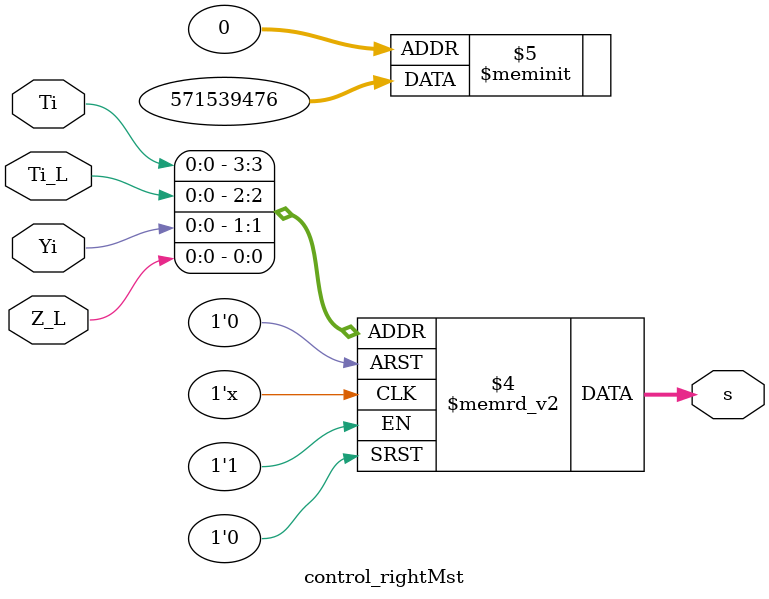
<source format=v>

`timescale 1 ns / 1 ps

//{{ Section below this comment is automatically maintained
//   and may be overwritten
//{module {control_leftMst}}
module control_rightMst (Ti, Ti_L, Yi, Z_L, s );

	output  [1:0] s;
	reg [1:0] s;
	input Ti, Ti_L, Yi, Z_L;
	
	always @ (Ti, Ti_L, Yi, Z_L)
	begin	
		case ({Ti, Ti_L, Yi, Z_L})						
			4'b1101, 4'b1001:
			begin
				s[1:0] <= 2'b00;												
			end
						
			4'b0001, 4'b1000, 4'b0010, 4'b1010:
			begin
				s[1:0] <= 2'b01;												
			end
													
			4'b1100, 4'b1110:
			begin
				s[1:0] <= 2'b10;												
			end
							   
			default:
			begin
				s[1:0] <= 2'b00;
			end
		endcase	
	end 


endmodule

</source>
